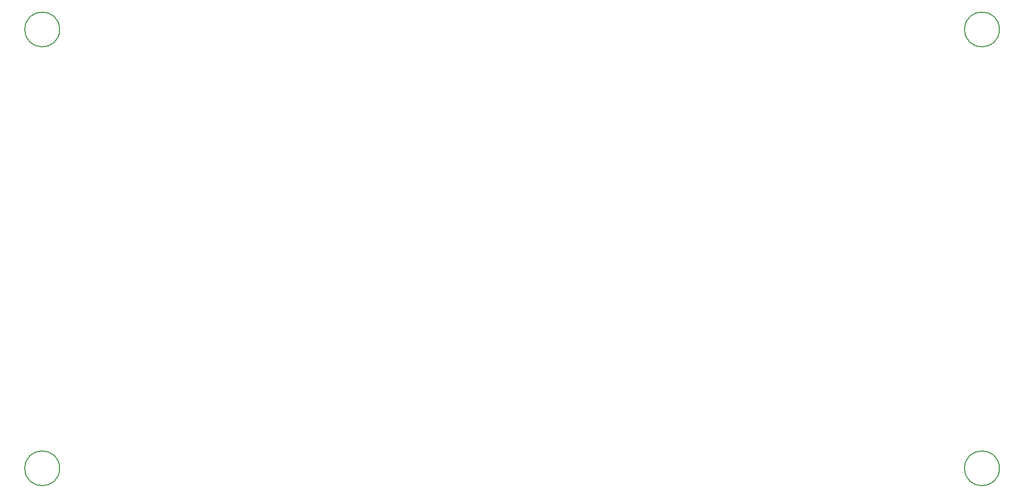
<source format=gbr>
%TF.GenerationSoftware,KiCad,Pcbnew,(6.0.6)*%
%TF.CreationDate,2022-10-28T22:11:27+02:00*%
%TF.ProjectId,nixieboi,6e697869-6562-46f6-992e-6b696361645f,rev?*%
%TF.SameCoordinates,Original*%
%TF.FileFunction,Other,Comment*%
%FSLAX46Y46*%
G04 Gerber Fmt 4.6, Leading zero omitted, Abs format (unit mm)*
G04 Created by KiCad (PCBNEW (6.0.6)) date 2022-10-28 22:11:27*
%MOMM*%
%LPD*%
G01*
G04 APERTURE LIST*
%ADD10C,0.150000*%
G04 APERTURE END LIST*
D10*
%TO.C,REF\u002A\u002A*%
X2850000Y0D02*
G75*
G03*
X2850000Y0I-2850000J0D01*
G01*
X156850000Y0D02*
G75*
G03*
X156850000Y0I-2850000J0D01*
G01*
X2850000Y-72000000D02*
G75*
G03*
X2850000Y-72000000I-2850000J0D01*
G01*
X156850000Y-72000000D02*
G75*
G03*
X156850000Y-72000000I-2850000J0D01*
G01*
%TD*%
M02*

</source>
